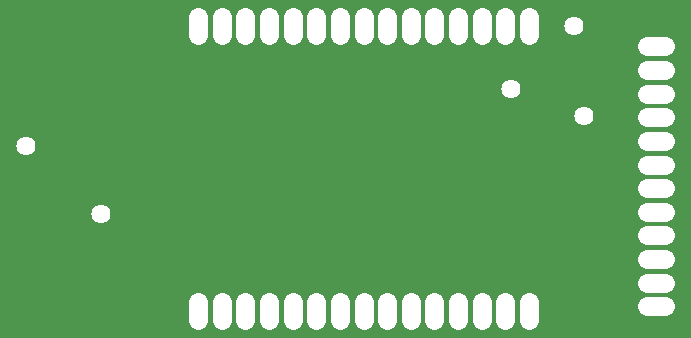
<source format=gbr>
G04 EAGLE Gerber RS-274X export*
G75*
%MOMM*%
%FSLAX34Y34*%
%LPD*%
%INSoldermask Bottom*%
%IPNEG*%
%AMOC8*
5,1,8,0,0,1.08239X$1,22.5*%
G01*
%ADD10C,1.625600*%
%ADD11C,1.625600*%


D10*
X177500Y265430D02*
X177500Y280670D01*
X197500Y280670D02*
X197500Y265430D01*
X217500Y265430D02*
X217500Y280670D01*
X237500Y280670D02*
X237500Y265430D01*
X257500Y265430D02*
X257500Y280670D01*
X277500Y280670D02*
X277500Y265430D01*
X297500Y265430D02*
X297500Y280670D01*
X317500Y280670D02*
X317500Y265430D01*
X337500Y265430D02*
X337500Y280670D01*
X357500Y280670D02*
X357500Y265430D01*
X377500Y265430D02*
X377500Y280670D01*
X397500Y280670D02*
X397500Y265430D01*
X417500Y265430D02*
X417500Y280670D01*
X437500Y280670D02*
X437500Y265430D01*
X457500Y265430D02*
X457500Y280670D01*
X177500Y39370D02*
X177500Y24130D01*
X197500Y24130D02*
X197500Y39370D01*
X217500Y39370D02*
X217500Y24130D01*
X237500Y24130D02*
X237500Y39370D01*
X257500Y39370D02*
X257500Y24130D01*
X277500Y24130D02*
X277500Y39370D01*
X297500Y39370D02*
X297500Y24130D01*
X317500Y24130D02*
X317500Y39370D01*
X337500Y39370D02*
X337500Y24130D01*
X357500Y24130D02*
X357500Y39370D01*
X377500Y39370D02*
X377500Y24130D01*
X397500Y24130D02*
X397500Y39370D01*
X417500Y39370D02*
X417500Y24130D01*
X437500Y24130D02*
X437500Y39370D01*
X457500Y39370D02*
X457500Y24130D01*
X557530Y36050D02*
X572770Y36050D01*
X572770Y56050D02*
X557530Y56050D01*
X557530Y76050D02*
X572770Y76050D01*
X572770Y96050D02*
X557530Y96050D01*
X557530Y116050D02*
X572770Y116050D01*
X572770Y136050D02*
X557530Y136050D01*
X557530Y156050D02*
X572770Y156050D01*
X572770Y176050D02*
X557530Y176050D01*
X557530Y196050D02*
X572770Y196050D01*
X572770Y216050D02*
X557530Y216050D01*
X557530Y236050D02*
X572770Y236050D01*
X572770Y256050D02*
X557530Y256050D01*
D11*
X441960Y219710D03*
X504190Y196850D03*
X95250Y114300D03*
X31750Y171450D03*
X495300Y273050D03*
M02*

</source>
